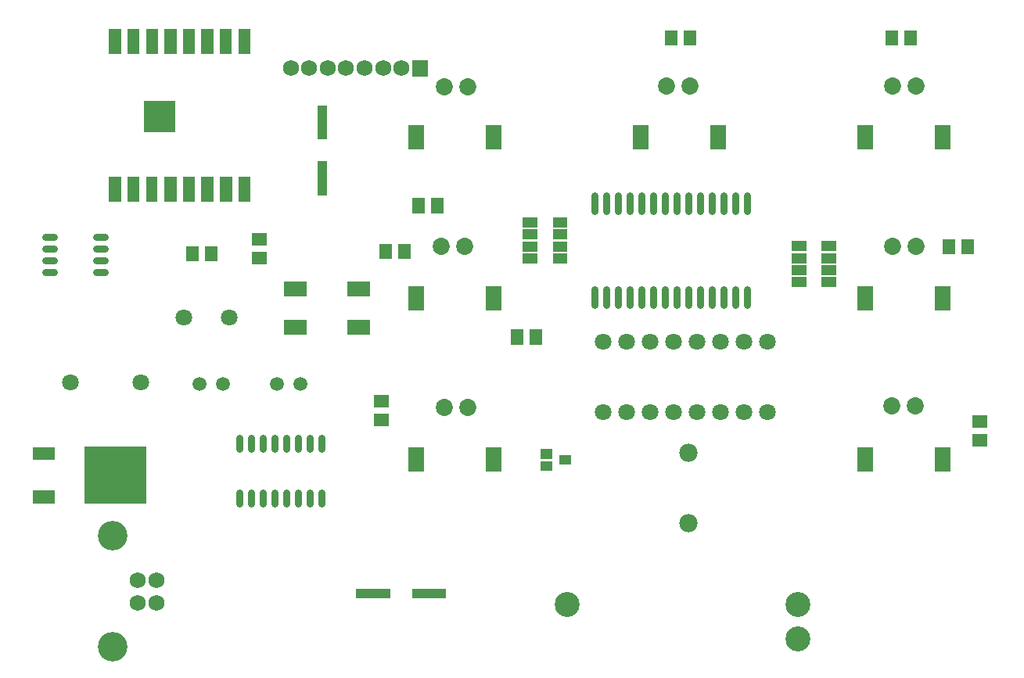
<source format=gts>
G04 Layer: TopSolderMaskLayer*
G04 EasyEDA v6.2.46, 2019-11-08T21:27:59+07:00*
G04 648d43b609d64f9b9fe3d4d00a8c37d9,e5c1abbfa1e54b71a98531a1dec44753,10*
G04 Gerber Generator version 0.2*
G04 Scale: 100 percent, Rotated: No, Reflected: No *
G04 Dimensions in millimeters *
G04 leading zeros omitted , absolute positions ,3 integer and 3 decimal *
%FSLAX33Y33*%
%MOMM*%
G90*
G71D02*

%ADD44C,0.803199*%
%ADD45C,1.727200*%
%ADD46C,3.203194*%
%ADD48C,1.503197*%
%ADD50C,1.803197*%
%ADD51C,2.703195*%
%ADD56C,1.854200*%
%ADD61R,1.303198X2.703195*%
%ADD62R,3.403194X3.403194*%
%ADD63C,1.981200*%

%LPD*%
G54D44*
G01X4197Y49911D02*
G01X3277Y49911D01*
G01X4197Y48641D02*
G01X3277Y48641D01*
G01X4197Y47371D02*
G01X3277Y47371D01*
G01X4197Y46101D02*
G01X3277Y46101D01*
G01X9676Y49911D02*
G01X8756Y49911D01*
G01X9676Y48641D02*
G01X8756Y48641D01*
G01X9676Y47371D02*
G01X8756Y47371D01*
G01X9676Y46101D02*
G01X8756Y46101D01*
G01X79248Y54421D02*
G01X79248Y52721D01*
G01X77978Y54421D02*
G01X77978Y52721D01*
G01X76708Y54421D02*
G01X76708Y52721D01*
G01X75438Y54421D02*
G01X75438Y52721D01*
G01X74168Y54421D02*
G01X74168Y52721D01*
G01X72898Y54421D02*
G01X72898Y52721D01*
G01X71628Y54421D02*
G01X71628Y52721D01*
G01X70358Y54421D02*
G01X70358Y52721D01*
G01X69088Y54421D02*
G01X69088Y52721D01*
G01X67818Y54421D02*
G01X67818Y52721D01*
G01X66548Y54421D02*
G01X66548Y52721D01*
G01X65278Y54421D02*
G01X65278Y52721D01*
G01X64008Y54421D02*
G01X64008Y52721D01*
G01X62738Y54421D02*
G01X62738Y52721D01*
G01X79248Y44306D02*
G01X79248Y42606D01*
G01X77978Y44306D02*
G01X77978Y42606D01*
G01X76708Y44306D02*
G01X76708Y42606D01*
G01X75438Y44306D02*
G01X75438Y42606D01*
G01X74168Y44306D02*
G01X74168Y42606D01*
G01X72898Y44306D02*
G01X72898Y42606D01*
G01X71628Y44306D02*
G01X71628Y42606D01*
G01X70358Y44306D02*
G01X70358Y42606D01*
G01X69088Y44306D02*
G01X69088Y42606D01*
G01X67818Y44306D02*
G01X67818Y42606D01*
G01X66548Y44306D02*
G01X66548Y42606D01*
G01X65278Y44306D02*
G01X65278Y42606D01*
G01X64008Y44306D02*
G01X64008Y42606D01*
G01X62738Y44306D02*
G01X62738Y42606D01*
G01X24257Y22266D02*
G01X24257Y21066D01*
G01X25527Y22266D02*
G01X25527Y21066D01*
G01X26797Y22266D02*
G01X26797Y21066D01*
G01X28067Y22266D02*
G01X28067Y21066D01*
G01X29337Y22266D02*
G01X29337Y21066D01*
G01X30607Y22266D02*
G01X30607Y21066D01*
G01X31877Y22266D02*
G01X31877Y21066D01*
G01X33147Y22266D02*
G01X33147Y21066D01*
G01X24257Y28209D02*
G01X24257Y27009D01*
G01X25527Y28209D02*
G01X25527Y27009D01*
G01X26797Y28209D02*
G01X26797Y27009D01*
G01X28067Y28209D02*
G01X28067Y27009D01*
G01X29337Y28209D02*
G01X29337Y27009D01*
G01X30607Y28209D02*
G01X30607Y27009D01*
G01X31877Y28209D02*
G01X31877Y27009D01*
G01X33147Y28209D02*
G01X33147Y27009D01*
G54D45*
G01X15309Y10307D03*
G01X15309Y12806D03*
G01X13309Y12806D03*
G01X13309Y10307D03*
G54D46*
G01X10599Y5536D03*
G01X10599Y17577D03*
G36*
G01X18496Y47307D02*
G01X18496Y48958D01*
G01X19857Y48958D01*
G01X19857Y47307D01*
G01X18496Y47307D01*
G37*
G36*
G01X20528Y47307D02*
G01X20528Y48958D01*
G01X21889Y48958D01*
G01X21889Y47307D01*
G01X20528Y47307D01*
G37*
G54D48*
G01X28321Y34036D03*
G01X30861Y34036D03*
G01X19939Y34036D03*
G01X22479Y34036D03*
G36*
G01X25590Y46944D02*
G01X25590Y48305D01*
G01X27241Y48305D01*
G01X27241Y46944D01*
G01X25590Y46944D01*
G37*
G36*
G01X25590Y48976D02*
G01X25590Y50337D01*
G01X27241Y50337D01*
G01X27241Y48976D01*
G01X25590Y48976D01*
G37*
G54D50*
G01X23151Y41237D03*
G01X18250Y41237D03*
G54D51*
G01X84763Y10130D03*
G01X84763Y6379D03*
G01X59763Y10130D03*
G36*
G01X58935Y25265D02*
G01X58935Y26294D01*
G01X60192Y26294D01*
G01X60192Y25265D01*
G01X58935Y25265D01*
G37*
G36*
G01X56903Y24604D02*
G01X56903Y25633D01*
G01X58160Y25633D01*
G01X58160Y24604D01*
G01X56903Y24604D01*
G37*
G36*
G01X56903Y25925D02*
G01X56903Y26954D01*
G01X58160Y26954D01*
G01X58160Y25925D01*
G01X56903Y25925D01*
G37*
G36*
G01X84046Y48379D02*
G01X84046Y49481D01*
G01X85625Y49481D01*
G01X85625Y48379D01*
G01X84046Y48379D01*
G37*
G36*
G01X84046Y47089D02*
G01X84046Y48191D01*
G01X85625Y48191D01*
G01X85625Y47089D01*
G01X84046Y47089D01*
G37*
G36*
G01X84046Y45803D02*
G01X84046Y46906D01*
G01X85625Y46906D01*
G01X85625Y45803D01*
G01X84046Y45803D01*
G37*
G36*
G01X84046Y44513D02*
G01X84046Y45615D01*
G01X85625Y45615D01*
G01X85625Y44513D01*
G01X84046Y44513D01*
G37*
G36*
G01X87292Y44513D02*
G01X87292Y45615D01*
G01X88872Y45615D01*
G01X88872Y44513D01*
G01X87292Y44513D01*
G37*
G36*
G01X87292Y45803D02*
G01X87292Y46906D01*
G01X88872Y46906D01*
G01X88872Y45803D01*
G01X87292Y45803D01*
G37*
G36*
G01X87292Y47089D02*
G01X87292Y48191D01*
G01X88872Y48191D01*
G01X88872Y47089D01*
G01X87292Y47089D01*
G37*
G36*
G01X87292Y48379D02*
G01X87292Y49481D01*
G01X88872Y49481D01*
G01X88872Y48379D01*
G01X87292Y48379D01*
G37*
G36*
G01X58209Y47073D02*
G01X58209Y48176D01*
G01X59789Y48176D01*
G01X59789Y47073D01*
G01X58209Y47073D01*
G37*
G36*
G01X58209Y48364D02*
G01X58209Y49466D01*
G01X59789Y49466D01*
G01X59789Y48364D01*
G01X58209Y48364D01*
G37*
G36*
G01X58209Y49649D02*
G01X58209Y50751D01*
G01X59789Y50751D01*
G01X59789Y49649D01*
G01X58209Y49649D01*
G37*
G36*
G01X58209Y50939D02*
G01X58209Y52042D01*
G01X59789Y52042D01*
G01X59789Y50939D01*
G01X58209Y50939D01*
G37*
G36*
G01X54963Y50939D02*
G01X54963Y52042D01*
G01X56542Y52042D01*
G01X56542Y50939D01*
G01X54963Y50939D01*
G37*
G36*
G01X54963Y49649D02*
G01X54963Y50751D01*
G01X56542Y50751D01*
G01X56542Y49649D01*
G01X54963Y49649D01*
G37*
G36*
G01X54963Y48364D02*
G01X54963Y49466D01*
G01X56542Y49466D01*
G01X56542Y48364D01*
G01X54963Y48364D01*
G37*
G36*
G01X54963Y47073D02*
G01X54963Y48176D01*
G01X56542Y48176D01*
G01X56542Y47073D01*
G01X54963Y47073D01*
G37*
G36*
G01X55707Y38290D02*
G01X55707Y39941D01*
G01X57068Y39941D01*
G01X57068Y38290D01*
G01X55707Y38290D01*
G37*
G36*
G01X53675Y38290D02*
G01X53675Y39941D01*
G01X55036Y39941D01*
G01X55036Y38290D01*
G01X53675Y38290D01*
G37*
G36*
G01X32778Y54429D02*
G01X32778Y58132D01*
G01X33782Y58132D01*
G01X33782Y54429D01*
G01X32778Y54429D01*
G37*
G36*
G01X32768Y60485D02*
G01X32768Y64188D01*
G01X33771Y64188D01*
G01X33771Y60485D01*
G01X32768Y60485D01*
G37*
G36*
G01X36903Y10795D02*
G01X36903Y11798D01*
G01X40606Y11798D01*
G01X40606Y10795D01*
G01X36903Y10795D01*
G37*
G36*
G01X42959Y10805D02*
G01X42959Y11808D01*
G01X46662Y11808D01*
G01X46662Y10805D01*
G01X42959Y10805D01*
G37*
G36*
G01X41483Y47561D02*
G01X41483Y49212D01*
G01X42844Y49212D01*
G01X42844Y47561D01*
G01X41483Y47561D01*
G37*
G36*
G01X39451Y47561D02*
G01X39451Y49212D01*
G01X40812Y49212D01*
G01X40812Y47561D01*
G01X39451Y47561D01*
G37*
G36*
G01X72344Y70675D02*
G01X72344Y72326D01*
G01X73705Y72326D01*
G01X73705Y70675D01*
G01X72344Y70675D01*
G37*
G36*
G01X70312Y70675D02*
G01X70312Y72326D01*
G01X71673Y72326D01*
G01X71673Y70675D01*
G01X70312Y70675D01*
G37*
G36*
G01X96220Y70675D02*
G01X96220Y72326D01*
G01X97581Y72326D01*
G01X97581Y70675D01*
G01X96220Y70675D01*
G37*
G36*
G01X94188Y70675D02*
G01X94188Y72326D01*
G01X95549Y72326D01*
G01X95549Y70675D01*
G01X94188Y70675D01*
G37*
G36*
G01X45039Y52514D02*
G01X45039Y54165D01*
G01X46400Y54165D01*
G01X46400Y52514D01*
G01X45039Y52514D01*
G37*
G36*
G01X43007Y52514D02*
G01X43007Y54165D01*
G01X44368Y54165D01*
G01X44368Y52514D01*
G01X43007Y52514D01*
G37*
G36*
G01X100411Y48069D02*
G01X100411Y49720D01*
G01X101772Y49720D01*
G01X101772Y48069D01*
G01X100411Y48069D01*
G37*
G36*
G01X102443Y48069D02*
G01X102443Y49720D01*
G01X103804Y49720D01*
G01X103804Y48069D01*
G01X102443Y48069D01*
G37*
G36*
G01X38798Y31450D02*
G01X38798Y32811D01*
G01X40449Y32811D01*
G01X40449Y31450D01*
G01X38798Y31450D01*
G37*
G36*
G01X38798Y29418D02*
G01X38798Y30779D01*
G01X40449Y30779D01*
G01X40449Y29418D01*
G01X38798Y29418D01*
G37*
G36*
G01X103568Y29291D02*
G01X103568Y30652D01*
G01X105219Y30652D01*
G01X105219Y29291D01*
G01X103568Y29291D01*
G37*
G36*
G01X103568Y27259D02*
G01X103568Y28620D01*
G01X105219Y28620D01*
G01X105219Y27259D01*
G01X103568Y27259D01*
G37*
G54D56*
G01X46482Y66167D03*
G01X49022Y66167D03*
G01X73025Y66294D03*
G01X70485Y66294D03*
G01X97536Y66294D03*
G01X94996Y66294D03*
G01X46101Y48895D03*
G01X48641Y48895D03*
G01X97536Y48895D03*
G01X94996Y48895D03*
G01X46482Y31496D03*
G01X49022Y31496D03*
G01X97409Y31623D03*
G01X94869Y31623D03*
G54D50*
G01X13589Y34163D03*
G01X5969Y34163D03*
G36*
G01X42572Y59405D02*
G01X42572Y62006D01*
G01X44277Y62006D01*
G01X44277Y59405D01*
G01X42572Y59405D01*
G37*
G36*
G01X50972Y59405D02*
G01X50972Y62006D01*
G01X52677Y62006D01*
G01X52677Y59405D01*
G01X50972Y59405D01*
G37*
G36*
G01X66862Y59405D02*
G01X66862Y62006D01*
G01X68564Y62006D01*
G01X68564Y59405D01*
G01X66862Y59405D01*
G37*
G36*
G01X75262Y59405D02*
G01X75262Y62006D01*
G01X76964Y62006D01*
G01X76964Y59405D01*
G01X75262Y59405D01*
G37*
G36*
G01X91150Y59405D02*
G01X91150Y62006D01*
G01X92854Y62006D01*
G01X92854Y59405D01*
G01X91150Y59405D01*
G37*
G36*
G01X99550Y59405D02*
G01X99550Y62006D01*
G01X101254Y62006D01*
G01X101254Y59405D01*
G01X99550Y59405D01*
G37*
G36*
G01X42572Y41973D02*
G01X42572Y44577D01*
G01X44277Y44577D01*
G01X44277Y41973D01*
G01X42572Y41973D01*
G37*
G36*
G01X50972Y41973D02*
G01X50972Y44577D01*
G01X52677Y44577D01*
G01X52677Y41973D01*
G01X50972Y41973D01*
G37*
G36*
G01X91150Y24544D02*
G01X91150Y27144D01*
G01X92854Y27144D01*
G01X92854Y24544D01*
G01X91150Y24544D01*
G37*
G36*
G01X99550Y24544D02*
G01X99550Y27144D01*
G01X101254Y27144D01*
G01X101254Y24544D01*
G01X99550Y24544D01*
G37*
G36*
G01X42572Y24544D02*
G01X42572Y27144D01*
G01X44277Y27144D01*
G01X44277Y24544D01*
G01X42572Y24544D01*
G37*
G36*
G01X50972Y24544D02*
G01X50972Y27144D01*
G01X52677Y27144D01*
G01X52677Y24544D01*
G01X50972Y24544D01*
G37*
G36*
G01X91150Y41973D02*
G01X91150Y44577D01*
G01X92854Y44577D01*
G01X92854Y41973D01*
G01X91150Y41973D01*
G37*
G36*
G01X99550Y41973D02*
G01X99550Y44577D01*
G01X101254Y44577D01*
G01X101254Y41973D01*
G01X99550Y41973D01*
G37*
G01X63627Y30988D03*
G01X66167Y30988D03*
G01X68707Y30988D03*
G01X71247Y30988D03*
G01X73787Y30988D03*
G01X76327Y30988D03*
G01X78867Y30988D03*
G01X81407Y30988D03*
G01X81407Y38608D03*
G01X78867Y38608D03*
G01X76327Y38608D03*
G01X73787Y38608D03*
G01X71247Y38608D03*
G01X68707Y38608D03*
G01X66167Y38608D03*
G01X63627Y38608D03*
G36*
G01X29126Y43530D02*
G01X29126Y45133D01*
G01X31579Y45133D01*
G01X31579Y43530D01*
G01X29126Y43530D01*
G37*
G36*
G01X35925Y43530D02*
G01X35925Y45133D01*
G01X38379Y45133D01*
G01X38379Y43530D01*
G01X35925Y43530D01*
G37*
G36*
G01X29126Y39329D02*
G01X29126Y40934D01*
G01X31579Y40934D01*
G01X31579Y39329D01*
G01X29126Y39329D01*
G37*
G36*
G01X35925Y39329D02*
G01X35925Y40934D01*
G01X38379Y40934D01*
G01X38379Y39329D01*
G01X35925Y39329D01*
G37*
G36*
G01X1912Y21066D02*
G01X1912Y22468D01*
G01X4315Y22468D01*
G01X4315Y21066D01*
G01X1912Y21066D01*
G37*
G36*
G01X1907Y25791D02*
G01X1907Y27193D01*
G01X4310Y27193D01*
G01X4310Y25791D01*
G01X1907Y25791D01*
G37*
G36*
G01X7510Y21028D02*
G01X7510Y27231D01*
G01X14213Y27231D01*
G01X14213Y21028D01*
G01X7510Y21028D01*
G37*
G36*
G01X10162Y53766D02*
G01X10162Y56469D01*
G01X11468Y56469D01*
G01X11468Y53766D01*
G01X10162Y53766D01*
G37*
G36*
G01X12174Y53766D02*
G01X12174Y56469D01*
G01X13477Y56469D01*
G01X13477Y53766D01*
G01X12174Y53766D01*
G37*
G54D61*
G01X14819Y55120D03*
G36*
G01X16177Y53766D02*
G01X16177Y56471D01*
G01X17480Y56471D01*
G01X17480Y53766D01*
G01X16177Y53766D01*
G37*
G36*
G01X18173Y53766D02*
G01X18173Y56469D01*
G01X19476Y56469D01*
G01X19476Y53766D01*
G01X18173Y53766D01*
G37*
G36*
G01X20167Y53766D02*
G01X20167Y56471D01*
G01X21470Y56471D01*
G01X21470Y53766D01*
G01X20167Y53766D01*
G37*
G36*
G01X22171Y53766D02*
G01X22171Y56469D01*
G01X23474Y56469D01*
G01X23474Y53766D01*
G01X22171Y53766D01*
G37*
G36*
G01X24168Y53766D02*
G01X24168Y56471D01*
G01X25471Y56471D01*
G01X25471Y53766D01*
G01X24168Y53766D01*
G37*
G36*
G01X10162Y69768D02*
G01X10162Y72471D01*
G01X11468Y72471D01*
G01X11468Y69768D01*
G01X10162Y69768D01*
G37*
G36*
G01X12164Y69768D02*
G01X12164Y72471D01*
G01X13467Y72471D01*
G01X13467Y69768D01*
G01X12164Y69768D01*
G37*
G36*
G01X14163Y69771D02*
G01X14163Y72473D01*
G01X15466Y72473D01*
G01X15466Y69771D01*
G01X14163Y69771D01*
G37*
G36*
G01X16162Y69768D02*
G01X16162Y72473D01*
G01X17465Y72473D01*
G01X17465Y69768D01*
G01X16162Y69768D01*
G37*
G36*
G01X18163Y69768D02*
G01X18163Y72471D01*
G01X19466Y72471D01*
G01X19466Y69768D01*
G01X18163Y69768D01*
G37*
G36*
G01X20162Y69768D02*
G01X20162Y72473D01*
G01X21468Y72473D01*
G01X21468Y69768D01*
G01X20162Y69768D01*
G37*
G36*
G01X22164Y69768D02*
G01X22164Y72471D01*
G01X23467Y72471D01*
G01X23467Y69768D01*
G01X22164Y69768D01*
G37*
G36*
G01X24160Y69768D02*
G01X24160Y72471D01*
G01X25466Y72471D01*
G01X25466Y69768D01*
G01X24160Y69768D01*
G37*
G54D62*
G01X15641Y62992D03*
G54D63*
G01X72898Y18933D03*
G01X72898Y26532D03*
G54D45*
G01X31830Y68199D03*
G01X33830Y68199D03*
G01X35830Y68199D03*
G01X37829Y68199D03*
G01X39829Y68199D03*
G01X41829Y68199D03*
G36*
G01X42966Y67335D02*
G01X42966Y69062D01*
G01X44693Y69062D01*
G01X44693Y67335D01*
G01X42966Y67335D01*
G37*
G01X29830Y68199D03*
M00*
M02*

</source>
